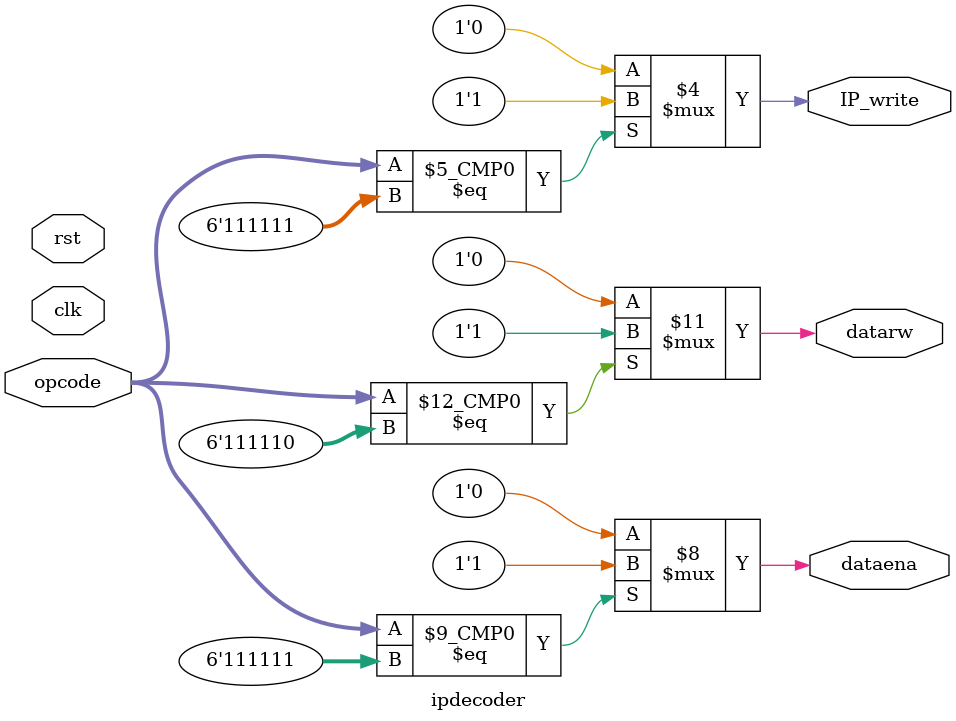
<source format=v>

`timescale 1ns/10ps

`define LWIP	6'b111111
`define SWIP	6'b111110

`define ip		5'b00000	//sel which ip

module ipdecoder(//output
				 datarw,
				 dataena,
				 IP_write,
						
				 //input
				 opcode, 
		//		 subopcode,
				 clk, 
				 rst
				 );

input clk;
input rst;
input [5:0] opcode;
//input [4:0] subopcode;

output reg datarw;	// datarw=1 write
output reg dataena; // dataena=1 read
output reg IP_write;

always @ (*)
begin
	case(opcode)
	`LWIP	:	begin
				datarw = 0;
				dataena = 1;
				IP_write = 1;
				end
	`SWIP	:	begin
				datarw = 1;
				dataena = 0;
				IP_write = 0;
				end
	default	:	begin
				datarw = 0;
				dataena = 0;
				IP_write = 0;
				end
	endcase
end

endmodule






</source>
